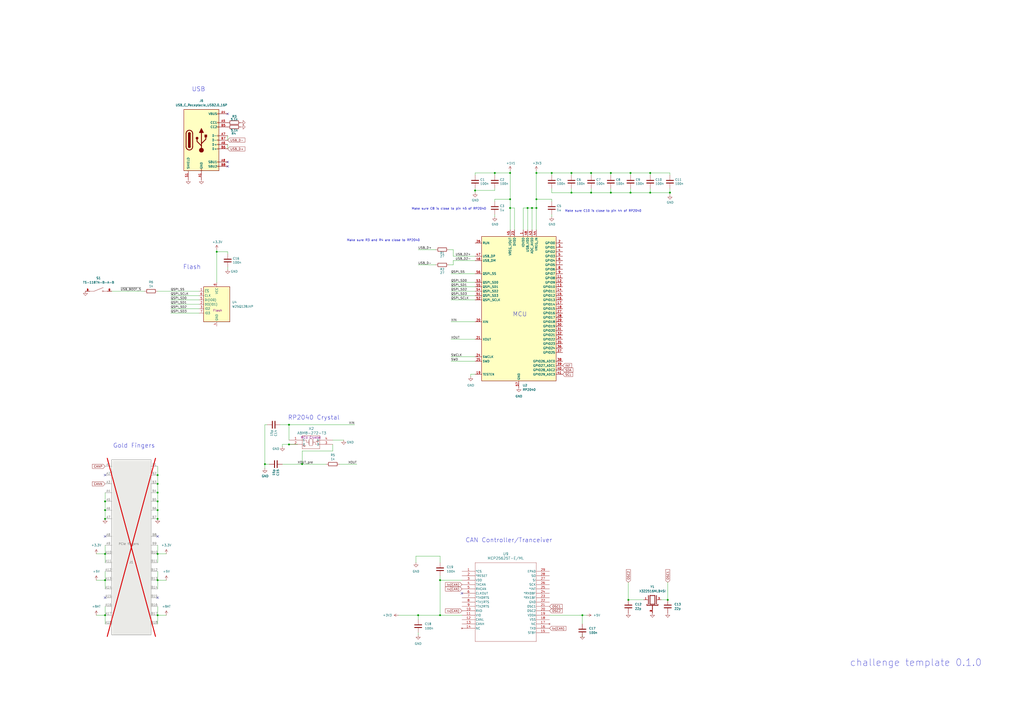
<source format=kicad_sch>
(kicad_sch (version 20231120) (generator "eeschema") (generator_version "8.0")
  (paper "A2")
  (lib_symbols
    (symbol "+3V3_1" (power) (pin_numbers hide) (pin_names (offset 0) hide)
      (property "Value" "+3V3" (at 0 3.556 0))
      (symbol "+3V3_1_1_1"
        (pin power_in line (at 0 0 90) (length 0) (name "~") (number "1"))
      )
    )
    (symbol "Connector:Bus_PCI_Express_x1" (pin_names (offset 0) hide)
      (property "Reference" "J1" (at 4.826 -16.002 0))
      (property "info" "PCIe fingers" (at -1.524 -5.588 0))
      (symbol "Bus_PCI_Express_x1_1_1"
        (pin unspecified line (at -15.24 39.37 0) (length 3.81) (name "~{PRSNT1}") (number "A1"))
        (pin passive line (at -15.24 -11.43 0) (length 3.81) (name "+3.3V") (number "A10"))
        (pin input line (at -15.24 -16.51 0) (length 3.81) (name "~{PERST}") (number "A11"))
        (pin passive line (at -15.24 -21.59 0) (length 3.81) (name "GND") (number "A12"))
        (pin input line (at -15.24 -26.67 0) (length 3.81) (name "REFCLK+") (number "A13"))
        (pin input line (at -15.24 -31.75 0) (length 3.81) (name "REFCLK-") (number "A14"))
        (pin passive line (at -15.24 -36.83 0) (length 3.81) (name "GND") (number "A15"))
        (pin output line (at -15.24 -41.91 0) (length 3.81) (name "PERp0") (number "A16"))
        (pin output line (at -15.24 -46.99 0) (length 3.81) (name "PERn0") (number "A17"))
        (pin passive line (at -15.24 -52.07 0) (length 3.81) (name "GND") (number "A18"))
        (pin unspecified line (at -15.24 34.29 0) (length 3.81) (name "+12V") (number "A2"))
        (pin passive line (at -15.24 29.21 0) (length 3.81) (name "+12V") (number "A3"))
        (pin passive line (at -15.24 24.13 0) (length 3.81) (name "GND") (number "A4"))
        (pin input line (at -15.24 19.05 0) (length 3.81) (name "JTAG2") (number "A5"))
        (pin input line (at -15.24 13.97 0) (length 3.81) (name "JTAG3") (number "A6"))
        (pin output line (at -15.24 8.89 0) (length 3.81) (name "JTAG4") (number "A7"))
        (pin input line (at -15.24 -1.27 0) (length 3.81) (name "JTAG5") (number "A8"))
        (pin passive line (at -15.24 -6.35 0) (length 3.81) (name "+3.3V") (number "A9"))
        (pin power_in line (at 15.24 39.37 180) (length 3.81) (name "+12V") (number "B1"))
        (pin power_in line (at 15.24 -11.43 180) (length 3.81) (name "3.3Vaux") (number "B10"))
        (pin open_collector line (at 15.24 -16.51 180) (length 3.81) (name "~{WAKE}") (number "B11"))
        (pin passive line (at 15.24 -21.59 180) (length 3.81) (name "RSVD") (number "B12"))
        (pin passive line (at 15.24 -26.67 180) (length 3.81) (name "GND") (number "B13"))
        (pin input line (at 15.24 -31.75 180) (length 3.81) (name "PETp0") (number "B14"))
        (pin input line (at 15.24 -36.83 180) (length 3.81) (name "PETn0") (number "B15"))
        (pin passive line (at 15.24 -41.91 180) (length 3.81) (name "GND") (number "B16"))
        (pin passive line (at 15.24 -46.99 180) (length 3.81) (name "~{PRSNT2}") (number "B17"))
        (pin passive line (at 15.24 -52.07 180) (length 3.81) (name "GND") (number "B18"))
        (pin passive line (at 15.24 34.29 180) (length 3.81) (name "+12V") (number "B2"))
        (pin passive line (at 15.24 29.21 180) (length 3.81) (name "+12V") (number "B3"))
        (pin power_in line (at 15.24 24.13 180) (length 3.81) (name "GND") (number "B4"))
        (pin input line (at 15.24 19.05 180) (length 3.81) (name "SMCLK") (number "B5"))
        (pin bidirectional line (at 15.24 13.97 180) (length 3.81) (name "SMDAT") (number "B6"))
        (pin passive line (at 15.24 8.89 180) (length 3.81) (name "GND") (number "B7"))
        (pin power_in line (at 15.24 -1.27 180) (length 3.81) (name "+3.3V") (number "B8"))
        (pin input line (at 15.24 -6.35 180) (length 3.81) (name "JTAG1") (number "B9"))
      )
    )
    (symbol "Connector:USB_C_Receptacle_USB2.0_16P" (pin_names (offset 1.016))
      (property "Reference" "J" (at 0 22.225 0))
      (property "Value" "USB_C_Receptacle_USB2.0_16P" (at 0 19.685 0))
      (symbol "USB_C_Receptacle_USB2.0_16P_1_1"
        (pin passive line (at 0 -22.86 90) (length 5.08) (name "GND") (number "A1"))
        (pin passive line (at 0 -22.86 90) (length 5.08) hide (name "GND") (number "A12"))
        (pin passive line (at 15.24 15.24 180) (length 5.08) (name "VBUS") (number "A4"))
        (pin bidirectional line (at 15.24 10.16 180) (length 5.08) (name "CC1") (number "A5"))
        (pin bidirectional line (at 15.24 -2.54 180) (length 5.08) (name "D+") (number "A6"))
        (pin bidirectional line (at 15.24 2.54 180) (length 5.08) (name "D-") (number "A7"))
        (pin bidirectional line (at 15.24 -12.7 180) (length 5.08) (name "SBU1") (number "A8"))
        (pin passive line (at 15.24 15.24 180) (length 5.08) hide (name "VBUS") (number "A9"))
        (pin passive line (at 0 -22.86 90) (length 5.08) hide (name "GND") (number "B1"))
        (pin passive line (at 0 -22.86 90) (length 5.08) hide (name "GND") (number "B12"))
        (pin passive line (at 15.24 15.24 180) (length 5.08) hide (name "VBUS") (number "B4"))
        (pin bidirectional line (at 15.24 7.62 180) (length 5.08) (name "CC2") (number "B5"))
        (pin bidirectional line (at 15.24 -5.08 180) (length 5.08) (name "D+") (number "B6"))
        (pin bidirectional line (at 15.24 0 180) (length 5.08) (name "D-") (number "B7"))
        (pin bidirectional line (at 15.24 -15.24 180) (length 5.08) (name "SBU2") (number "B8"))
        (pin passive line (at 15.24 15.24 180) (length 5.08) hide (name "VBUS") (number "B9"))
        (pin passive line (at -7.62 -22.86 90) (length 5.08) (name "SHIELD") (number "S1"))
      )
    )
    (symbol "Device:C" (pin_numbers hide) (pin_names (offset 0.254))
      (property "Reference" "C" (at 0.635 2.54 0))
      (property "Value" "C" (at 0.635 -2.54 0))
      (symbol "C_1_1"
        (pin passive line (at 0 3.81 270) (length 2.794) (name "~") (number "1"))
        (pin passive line (at 0 -3.81 90) (length 2.794) (name "~") (number "2"))
      )
    )
    (symbol "Device:R" (pin_numbers hide) (pin_names (offset 0))
      (property "Reference" "R" (at 2.032 0 90))
      (property "Value" "R" (at 0 0 90))
      (symbol "R_1_1"
        (pin passive line (at 0 3.81 270) (length 1.27) (name "~") (number "1"))
        (pin passive line (at 0 -3.81 90) (length 1.27) (name "~") (number "2"))
      )
    )
    (symbol "MCP25625:MCP25625T-E_ML" (pin_names (offset 0.254))
      (property "Reference" "U" (at 25.4 10.16 0))
      (property "Value" "MCP25625T-E/ML" (at 25.4 7.62 0))
      (symbol "MCP25625T-E_ML_0_1"
        (pin input line (at 0 0 0) (length 7.62) (name "*CS") (number "1"))
        (pin output line (at 0 -22.86 0) (length 7.62) (name "RXD") (number "10"))
        (pin power_in line (at 0 -25.4 0) (length 7.62) (name "VIO") (number "11"))
        (pin bidirectional line (at 0 -27.94 0) (length 7.62) (name "CANL") (number "12"))
        (pin bidirectional line (at 0 -30.48 0) (length 7.62) (name "CANH") (number "13"))
        (pin no_connect line (at 0 -33.02 0) (length 7.62) (name "NC") (number "14"))
        (pin input line (at 50.8 -35.56 180) (length 7.62) (name "STBY") (number "15"))
        (pin input line (at 50.8 -33.02 180) (length 7.62) (name "TXD") (number "16"))
        (pin no_connect line (at 50.8 -30.48 180) (length 7.62) (name "NC") (number "17"))
        (pin power_in line (at 50.8 -27.94 180) (length 7.62) (name "VSS") (number "18"))
        (pin power_in line (at 50.8 -25.4 180) (length 7.62) (name "VDDA") (number "19"))
        (pin input line (at 0 -2.54 0) (length 7.62) (name "*RESET") (number "2"))
        (pin output line (at 50.8 -22.86 180) (length 7.62) (name "OSC2") (number "20"))
        (pin input line (at 50.8 -20.32 180) (length 7.62) (name "OSC1") (number "21"))
        (pin power_in line (at 50.8 -17.78 180) (length 7.62) (name "GND") (number "22"))
        (pin output line (at 50.8 -15.24 180) (length 7.62) (name "*RX1BF") (number "23"))
        (pin output line (at 50.8 -12.7 180) (length 7.62) (name "*RX0BF") (number "24"))
        (pin output line (at 50.8 -10.16 180) (length 7.62) (name "*INT") (number "25"))
        (pin input line (at 50.8 -7.62 180) (length 7.62) (name "SCK") (number "26"))
        (pin input line (at 50.8 -5.08 180) (length 7.62) (name "SI") (number "27"))
        (pin output line (at 50.8 -2.54 180) (length 7.62) (name "SO") (number "28"))
        (pin unspecified line (at 50.8 0 180) (length 7.62) (name "EPAD") (number "29"))
        (pin power_in line (at 0 -5.08 0) (length 7.62) (name "VDD") (number "3"))
        (pin output line (at 0 -7.62 0) (length 7.62) (name "TXCAN") (number "4"))
        (pin input line (at 0 -10.16 0) (length 7.62) (name "RXCAN") (number "5"))
        (pin output line (at 0 -12.7 0) (length 7.62) (name "CLKOUT") (number "6"))
        (pin input line (at 0 -15.24 0) (length 7.62) (name "*TX0RTS") (number "7"))
        (pin input line (at 0 -17.78 0) (length 7.62) (name "*TX1RTS") (number "8"))
        (pin input line (at 0 -20.32 0) (length 7.62) (name "*TX2RTS") (number "9"))
      )
    )
    (symbol "MCU_RaspberryPi:RP2040"
      (property "Reference" "U" (at 17.78 45.72 0))
      (property "Value" "RP2040" (at 17.78 43.18 0))
      (symbol "RP2040_1_1"
        (pin power_in line (at 2.54 45.72 270) (length 3.81) (name "IOVDD") (number "1"))
        (pin passive line (at 2.54 45.72 270) (length 3.81) hide (name "IOVDD") (number "10"))
        (pin bidirectional line (at 25.4 17.78 180) (length 3.81) (name "GPIO8") (number "11"))
        (pin bidirectional line (at 25.4 15.24 180) (length 3.81) (name "GPIO9") (number "12"))
        (pin bidirectional line (at 25.4 12.7 180) (length 3.81) (name "GPIO10") (number "13"))
        (pin bidirectional line (at 25.4 10.16 180) (length 3.81) (name "GPIO11") (number "14"))
        (pin bidirectional line (at 25.4 7.62 180) (length 3.81) (name "GPIO12") (number "15"))
        (pin bidirectional line (at 25.4 5.08 180) (length 3.81) (name "GPIO13") (number "16"))
        (pin bidirectional line (at 25.4 2.54 180) (length 3.81) (name "GPIO14") (number "17"))
        (pin bidirectional line (at 25.4 0 180) (length 3.81) (name "GPIO15") (number "18"))
        (pin input line (at -25.4 -38.1 0) (length 3.81) (name "TESTEN") (number "19"))
        (pin bidirectional line (at 25.4 38.1 180) (length 3.81) (name "GPIO0") (number "2"))
        (pin input line (at -25.4 -7.62 0) (length 3.81) (name "XIN") (number "20"))
        (pin passive line (at -25.4 -17.78 0) (length 3.81) (name "XOUT") (number "21"))
        (pin passive line (at 2.54 45.72 270) (length 3.81) hide (name "IOVDD") (number "22"))
        (pin power_in line (at -2.54 45.72 270) (length 3.81) (name "DVDD") (number "23"))
        (pin input line (at -25.4 -27.94 0) (length 3.81) (name "SWCLK") (number "24"))
        (pin bidirectional line (at -25.4 -30.48 0) (length 3.81) (name "SWD") (number "25"))
        (pin input line (at -25.4 38.1 0) (length 3.81) (name "RUN") (number "26"))
        (pin bidirectional line (at 25.4 -2.54 180) (length 3.81) (name "GPIO16") (number "27"))
        (pin bidirectional line (at 25.4 -5.08 180) (length 3.81) (name "GPIO17") (number "28"))
        (pin bidirectional line (at 25.4 -7.62 180) (length 3.81) (name "GPIO18") (number "29"))
        (pin bidirectional line (at 25.4 35.56 180) (length 3.81) (name "GPIO1") (number "3"))
        (pin bidirectional line (at 25.4 -10.16 180) (length 3.81) (name "GPIO19") (number "30"))
        (pin bidirectional line (at 25.4 -12.7 180) (length 3.81) (name "GPIO20") (number "31"))
        (pin bidirectional line (at 25.4 -15.24 180) (length 3.81) (name "GPIO21") (number "32"))
        (pin passive line (at 2.54 45.72 270) (length 3.81) hide (name "IOVDD") (number "33"))
        (pin bidirectional line (at 25.4 -17.78 180) (length 3.81) (name "GPIO22") (number "34"))
        (pin bidirectional line (at 25.4 -20.32 180) (length 3.81) (name "GPIO23") (number "35"))
        (pin bidirectional line (at 25.4 -22.86 180) (length 3.81) (name "GPIO24") (number "36"))
        (pin bidirectional line (at 25.4 -25.4 180) (length 3.81) (name "GPIO25") (number "37"))
        (pin bidirectional line (at 25.4 -30.48 180) (length 3.81) (name "GPIO26_ADC0") (number "38"))
        (pin bidirectional line (at 25.4 -33.02 180) (length 3.81) (name "GPIO27_ADC1") (number "39"))
        (pin bidirectional line (at 25.4 33.02 180) (length 3.81) (name "GPIO2") (number "4"))
        (pin bidirectional line (at 25.4 -35.56 180) (length 3.81) (name "GPIO28_ADC2") (number "40"))
        (pin bidirectional line (at 25.4 -38.1 180) (length 3.81) (name "GPIO29_ADC3") (number "41"))
        (pin passive line (at 2.54 45.72 270) (length 3.81) hide (name "IOVDD") (number "42"))
        (pin power_in line (at 7.62 45.72 270) (length 3.81) (name "ADC_AVDD") (number "43"))
        (pin power_in line (at 10.16 45.72 270) (length 3.81) (name "VREG_IN") (number "44"))
        (pin power_out line (at -5.08 45.72 270) (length 3.81) (name "VREG_VOUT") (number "45"))
        (pin bidirectional line (at -25.4 27.94 0) (length 3.81) (name "USB_DM") (number "46"))
        (pin bidirectional line (at -25.4 30.48 0) (length 3.81) (name "USB_DP") (number "47"))
        (pin power_in line (at 5.08 45.72 270) (length 3.81) (name "USB_VDD") (number "48"))
        (pin passive line (at 2.54 45.72 270) (length 3.81) hide (name "IOVDD") (number "49"))
        (pin bidirectional line (at 25.4 30.48 180) (length 3.81) (name "GPIO3") (number "5"))
        (pin passive line (at -2.54 45.72 270) (length 3.81) hide (name "DVDD") (number "50"))
        (pin bidirectional line (at -25.4 7.62 0) (length 3.81) (name "QSPI_SD3") (number "51"))
        (pin output line (at -25.4 5.08 0) (length 3.81) (name "QSPI_SCLK") (number "52"))
        (pin bidirectional line (at -25.4 15.24 0) (length 3.81) (name "QSPI_SD0") (number "53"))
        (pin bidirectional line (at -25.4 10.16 0) (length 3.81) (name "QSPI_SD2") (number "54"))
        (pin bidirectional line (at -25.4 12.7 0) (length 3.81) (name "QSPI_SD1") (number "55"))
        (pin bidirectional line (at -25.4 20.32 0) (length 3.81) (name "QSPI_SS") (number "56"))
        (pin power_in line (at 0 -45.72 90) (length 3.81) (name "GND") (number "57"))
        (pin bidirectional line (at 25.4 27.94 180) (length 3.81) (name "GPIO4") (number "6"))
        (pin bidirectional line (at 25.4 25.4 180) (length 3.81) (name "GPIO5") (number "7"))
        (pin bidirectional line (at 25.4 22.86 180) (length 3.81) (name "GPIO6") (number "8"))
        (pin bidirectional line (at 25.4 20.32 180) (length 3.81) (name "GPIO7") (number "9"))
      )
    )
    (symbol "Memory_Flash:W25Q128JVP"
      (property "Reference" "U" (at -6.35 11.43 0))
      (property "Value" "W25Q128JVP" (at 7.62 11.43 0))
      (symbol "W25Q128JVP_1_1"
        (pin input line (at -10.16 7.62 0) (length 2.54) (name "~{CS}") (number "1"))
        (pin bidirectional line (at -10.16 0 0) (length 2.54) (name "DO(IO1)") (number "2"))
        (pin bidirectional line (at -10.16 -2.54 0) (length 2.54) (name "IO2") (number "3"))
        (pin power_in line (at 0 -12.7 90) (length 2.54) (name "GND") (number "4"))
        (pin bidirectional line (at -10.16 2.54 0) (length 2.54) (name "DI(IO0)") (number "5"))
        (pin input line (at -10.16 5.08 0) (length 2.54) (name "CLK") (number "6"))
        (pin bidirectional line (at -10.16 -5.08 0) (length 2.54) (name "IO3") (number "7"))
        (pin power_in line (at 0 12.7 270) (length 2.54) (name "VCC") (number "8"))
      )
    )
    (symbol "TS-1187A-B-A-B:TS-1187A-B-A-B" (pin_names (offset 1.016))
      (property "Reference" "S" (at -2.54 2.54 0))
      (property "Value" "TS-1187A-B-A-B" (at -2.54 -2.54 0))
      (symbol "TS-1187A-B-A-B_0_0"
        (pin passive line (at -7.62 0 0) (length 2.54) (name "~") (number "A"))
        (pin passive line (at -7.62 0 0) (length 2.54) (name "~") (number "B"))
        (pin passive line (at 7.62 0 180) (length 2.54) (name "~") (number "C"))
        (pin passive line (at 7.62 0 180) (length 2.54) (name "~") (number "D"))
      )
    )
    (symbol "X322516MLB4SI:X322516MLB4SI" (pin_names (offset 1.016))
      (property "Reference" "Y" (at -5.08 6.35 0))
      (property "Value" "X322516MLB4SI" (at -5.08 3.81 0))
      (symbol "X322516MLB4SI_0_0"
        (pin passive line (at -5.08 0 0) (length 2.54) (name "~") (number "1"))
        (pin power_in line (at 0 -7.62 90) (length 2.54) (name "~") (number "2"))
        (pin passive line (at 5.08 0 180) (length 2.54) (name "~") (number "3"))
        (pin power_in line (at 0 -7.62 90) (length 2.54) (name "~") (number "4"))
      )
    )
    (symbol "crystal:ABM8-272-T3" (pin_names (offset 0.254))
      (property "Reference" "X" (at 12.7 7.62 0))
      (property "Value" "ABM8-272-T3" (at 12.7 5.08 0))
      (symbol "ABM8-272-T3_0_1"
        (pin unspecified line (at 0 0 0) (length 7.62) (name "1") (number "1"))
        (pin unspecified line (at 0 -2.54 0) (length 7.62) (name "2") (number "2"))
        (pin unspecified line (at 25.4 -2.54 180) (length 7.62) (name "3") (number "3"))
        (pin unspecified line (at 25.4 0 180) (length 7.62) (name "4") (number "4"))
      )
    )
    (symbol "power:+1V1" (power) (pin_names (offset 0))
      (property "Value" "+1V1" (at 0 3.556 0))
      (symbol "+1V1_1_1"
        (pin power_in line (at 0 0 90) (length 0) hide (name "+1V1") (number "1"))
      )
    )
    (symbol "power:+3V3" (power) (pin_names (offset 0))
      (property "Value" "+3V3" (at 0 3.556 0))
      (symbol "+3V3_1_1"
        (pin power_in line (at 0 0 90) (length 0) hide (name "+3V3") (number "1"))
      )
    )
    (symbol "power:+5V" (power) (pin_numbers hide) (pin_names (offset 0) hide)
      (property "Value" "+5V" (at 0 3.556 0))
      (symbol "+5V_1_1"
        (pin power_in line (at 0 0 90) (length 0) (name "~") (number "1"))
      )
    )
    (symbol "power:GND" (power) (pin_numbers hide) (pin_names (offset 0) hide)
      (property "Value" "GND" (at 0 -3.81 0))
      (symbol "GND_1_1"
        (pin power_in line (at 0 0 270) (length 0) (name "~") (number "1"))
      )
    )
    (symbol "power:VAA" (power) (pin_numbers hide) (pin_names (offset 0) hide)
      (property "Value" "VAA" (at 0 3.556 0))
      (symbol "VAA_1_1"
        (pin power_in line (at 0 0 90) (length 0) (name "~") (number "1"))
      )
    )
  )
  (junction (at 91.44 356.87))
  (junction (at 153.67 269.24))
  (junction (at 91.44 295.91))
  (junction (at 91.44 285.75))
  (junction (at 60.96 321.31))
  (junction (at 365.76 100.33))
  (junction (at 295.91 100.33))
  (junction (at 91.44 280.67))
  (junction (at 255.27 356.87))
  (junction (at 311.15 115.57))
  (junction (at 60.96 295.91))
  (junction (at 387.35 347.98))
  (junction (at 91.44 300.99))
  (junction (at 125.73 146.05))
  (junction (at 91.44 290.83))
  (junction (at 275.59 110.49))
  (junction (at 342.9 100.33))
  (junction (at 167.64 246.38))
  (junction (at 306.07 120.65))
  (junction (at 175.26 269.24))
  (junction (at 167.64 257.81))
  (junction (at 331.47 111.76))
  (junction (at 242.57 356.87))
  (junction (at 342.9 111.76))
  (junction (at 60.96 300.99))
  (junction (at 365.76 111.76))
  (junction (at 91.44 275.59))
  (junction (at 60.96 356.87))
  (junction (at 308.61 120.65))
  (junction (at 377.19 111.76))
  (junction (at 91.44 336.55))
  (junction (at 331.47 100.33))
  (junction (at 320.04 100.33))
  (junction (at 337.82 356.87))
  (junction (at 364.49 347.98))
  (junction (at 377.19 100.33))
  (junction (at 295.91 120.65))
  (junction (at 60.96 290.83))
  (junction (at 311.15 100.33))
  (junction (at 91.44 321.31))
  (junction (at 287.02 100.33))
  (junction (at 354.33 100.33))
  (junction (at 388.62 111.76))
  (junction (at 295.91 115.57))
  (junction (at 311.15 120.65))
  (junction (at 255.27 336.55))
  (junction (at 354.33 111.76))
  (junction (at 60.96 336.55))
  (no_connect (at 91.44 346.71))
  (no_connect (at 267.97 344.17))
  (no_connect (at 132.08 96.52))
  (no_connect (at 132.08 93.98))
  (no_connect (at 91.44 311.15))
  (no_connect (at 60.96 346.71))
  (no_connect (at 60.96 275.59))
  (no_connect (at 132.08 66.04))
  (no_connect (at 60.96 311.15))
  (wire (pts (xy 132.08 154.94) (xy 132.08 156.21)))
  (wire (pts (xy 91.44 290.83) (xy 91.44 295.91)))
  (wire (pts (xy 64.77 168.91) (xy 83.82 168.91)))
  (wire (pts (xy 287.02 100.33) (xy 295.91 100.33)))
  (wire (pts (xy 132.08 81.28) (xy 132.08 78.74)))
  (wire (pts (xy 331.47 109.22) (xy 331.47 111.76)))
  (wire (pts (xy 383.54 347.98) (xy 387.35 347.98)))
  (wire (pts (xy 306.07 120.65) (xy 303.53 120.65)))
  (wire (pts (xy 60.96 285.75) (xy 60.96 290.83)))
  (wire (pts (xy 320.04 124.46) (xy 320.04 125.73)))
  (wire (pts (xy 295.91 99.06) (xy 295.91 100.33)))
  (wire (pts (xy 91.44 321.31) (xy 91.44 326.39)))
  (wire (pts (xy 354.33 109.22) (xy 354.33 111.76)))
  (wire (pts (xy 99.06 171.45) (xy 115.57 171.45)))
  (wire (pts (xy 91.44 295.91) (xy 91.44 300.99)))
  (wire (pts (xy 242.57 368.3) (xy 242.57 367.03)))
  (wire (pts (xy 303.53 120.65) (xy 303.53 133.35)))
  (wire (pts (xy 388.62 109.22) (xy 388.62 111.76)))
  (wire (pts (xy 275.59 109.22) (xy 275.59 110.49)))
  (wire (pts (xy 287.02 116.84) (xy 287.02 115.57)))
  (wire (pts (xy 287.02 115.57) (xy 295.91 115.57)))
  (wire (pts (xy 55.88 356.87) (xy 60.96 356.87)))
  (wire (pts (xy 262.89 153.67) (xy 262.89 151.13)))
  (wire (pts (xy 377.19 111.76) (xy 365.76 111.76)))
  (wire (pts (xy 275.59 173.99) (xy 261.62 173.99)))
  (wire (pts (xy 275.59 207.01) (xy 261.62 207.01)))
  (wire (pts (xy 331.47 100.33) (xy 342.9 100.33)))
  (wire (pts (xy 132.08 146.05) (xy 125.73 146.05)))
  (wire (pts (xy 342.9 101.6) (xy 342.9 100.33)))
  (wire (pts (xy 377.19 100.33) (xy 388.62 100.33)))
  (wire (pts (xy 275.59 100.33) (xy 287.02 100.33)))
  (wire (pts (xy 273.05 217.17) (xy 275.59 217.17)))
  (wire (pts (xy 167.64 246.38) (xy 205.74 246.38)))
  (wire (pts (xy 342.9 109.22) (xy 342.9 111.76)))
  (wire (pts (xy 260.35 144.78) (xy 262.89 144.78)))
  (wire (pts (xy 287.02 101.6) (xy 287.02 100.33)))
  (wire (pts (xy 242.57 356.87) (xy 255.27 356.87)))
  (wire (pts (xy 60.96 356.87) (xy 60.96 351.79)))
  (wire (pts (xy 340.36 356.87) (xy 337.82 356.87)))
  (wire (pts (xy 255.27 334.01) (xy 255.27 336.55)))
  (wire (pts (xy 377.19 111.76) (xy 388.62 111.76)))
  (wire (pts (xy 261.62 186.69) (xy 275.59 186.69)))
  (wire (pts (xy 354.33 100.33) (xy 365.76 100.33)))
  (wire (pts (xy 331.47 101.6) (xy 331.47 100.33)))
  (wire (pts (xy 342.9 100.33) (xy 354.33 100.33)))
  (wire (pts (xy 275.59 110.49) (xy 287.02 110.49)))
  (wire (pts (xy 275.59 209.55) (xy 261.62 209.55)))
  (wire (pts (xy 267.97 336.55) (xy 255.27 336.55)))
  (wire (pts (xy 91.44 336.55) (xy 91.44 331.47)))
  (wire (pts (xy 60.96 321.31) (xy 60.96 316.23)))
  (wire (pts (xy 241.3 326.39) (xy 241.3 322.58)))
  (wire (pts (xy 311.15 99.06) (xy 311.15 100.33)))
  (wire (pts (xy 298.45 120.65) (xy 295.91 120.65)))
  (wire (pts (xy 96.52 356.87) (xy 91.44 356.87)))
  (wire (pts (xy 261.62 166.37) (xy 275.59 166.37)))
  (wire (pts (xy 273.05 218.44) (xy 273.05 217.17)))
  (wire (pts (xy 298.45 133.35) (xy 298.45 120.65)))
  (wire (pts (xy 91.44 280.67) (xy 91.44 285.75)))
  (wire (pts (xy 132.08 83.82) (xy 132.08 86.36)))
  (wire (pts (xy 388.62 101.6) (xy 388.62 100.33)))
  (wire (pts (xy 91.44 321.31) (xy 91.44 316.23)))
  (wire (pts (xy 364.49 337.82) (xy 364.49 347.98)))
  (wire (pts (xy 337.82 356.87) (xy 318.77 356.87)))
  (wire (pts (xy 275.59 110.49) (xy 275.59 111.76)))
  (wire (pts (xy 320.04 101.6) (xy 320.04 100.33)))
  (wire (pts (xy 262.89 144.78) (xy 262.89 148.59)))
  (wire (pts (xy 193.04 255.27) (xy 199.39 255.27)))
  (wire (pts (xy 60.96 356.87) (xy 60.96 361.95)))
  (wire (pts (xy 60.96 295.91) (xy 60.96 300.99)))
  (wire (pts (xy 365.76 101.6) (xy 365.76 100.33)))
  (wire (pts (xy 306.07 133.35) (xy 306.07 120.65)))
  (wire (pts (xy 91.44 356.87) (xy 91.44 351.79)))
  (wire (pts (xy 331.47 111.76) (xy 320.04 111.76)))
  (wire (pts (xy 60.96 321.31) (xy 60.96 326.39)))
  (wire (pts (xy 260.35 153.67) (xy 262.89 153.67)))
  (wire (pts (xy 55.88 336.55) (xy 60.96 336.55)))
  (wire (pts (xy 275.59 101.6) (xy 275.59 100.33)))
  (wire (pts (xy 388.62 111.76) (xy 388.62 113.03)))
  (wire (pts (xy 175.26 261.62) (xy 175.26 269.24)))
  (wire (pts (xy 262.89 151.13) (xy 275.59 151.13)))
  (wire (pts (xy 153.67 246.38) (xy 154.94 246.38)))
  (wire (pts (xy 287.02 110.49) (xy 287.02 109.22)))
  (wire (pts (xy 125.73 144.78) (xy 125.73 146.05)))
  (wire (pts (xy 91.44 285.75) (xy 91.44 290.83)))
  (wire (pts (xy 55.88 321.31) (xy 60.96 321.31)))
  (wire (pts (xy 262.89 148.59) (xy 275.59 148.59)))
  (wire (pts (xy 308.61 120.65) (xy 311.15 120.65)))
  (wire (pts (xy 354.33 111.76) (xy 342.9 111.76)))
  (wire (pts (xy 241.3 322.58) (xy 255.27 322.58)))
  (wire (pts (xy 377.19 109.22) (xy 377.19 111.76)))
  (wire (pts (xy 96.52 321.31) (xy 91.44 321.31)))
  (wire (pts (xy 275.59 196.85) (xy 261.62 196.85)))
  (wire (pts (xy 377.19 101.6) (xy 377.19 100.33)))
  (wire (pts (xy 255.27 336.55) (xy 255.27 356.87)))
  (wire (pts (xy 115.57 173.99) (xy 99.06 173.99)))
  (wire (pts (xy 167.64 257.81) (xy 172.72 257.81)))
  (wire (pts (xy 337.82 369.57) (xy 337.82 368.3)))
  (wire (pts (xy 311.15 100.33) (xy 311.15 115.57)))
  (wire (pts (xy 308.61 133.35) (xy 308.61 120.65)))
  (wire (pts (xy 295.91 115.57) (xy 295.91 120.65)))
  (wire (pts (xy 320.04 109.22) (xy 320.04 111.76)))
  (wire (pts (xy 320.04 100.33) (xy 331.47 100.33)))
  (wire (pts (xy 167.64 246.38) (xy 167.64 255.27)))
  (wire (pts (xy 255.27 356.87) (xy 267.97 356.87)))
  (wire (pts (xy 242.57 359.41) (xy 242.57 356.87)))
  (wire (pts (xy 60.96 336.55) (xy 60.96 341.63)))
  (wire (pts (xy 193.04 257.81) (xy 193.04 261.62)))
  (wire (pts (xy 354.33 101.6) (xy 354.33 100.33)))
  (wire (pts (xy 91.44 356.87) (xy 91.44 361.95)))
  (wire (pts (xy 337.82 361.95) (xy 337.82 356.87)))
  (wire (pts (xy 153.67 269.24) (xy 153.67 271.78)))
  (wire (pts (xy 261.62 163.83) (xy 275.59 163.83)))
  (wire (pts (xy 60.96 290.83) (xy 60.96 295.91)))
  (wire (pts (xy 231.14 356.87) (xy 242.57 356.87)))
  (wire (pts (xy 115.57 179.07) (xy 99.06 179.07)))
  (wire (pts (xy 115.57 181.61) (xy 99.06 181.61)))
  (wire (pts (xy 96.52 336.55) (xy 91.44 336.55)))
  (wire (pts (xy 115.57 176.53) (xy 99.06 176.53)))
  (wire (pts (xy 320.04 116.84) (xy 320.04 115.57)))
  (wire (pts (xy 242.57 153.67) (xy 252.73 153.67)))
  (wire (pts (xy 132.08 147.32) (xy 132.08 146.05)))
  (wire (pts (xy 261.62 168.91) (xy 275.59 168.91)))
  (wire (pts (xy 175.26 269.24) (xy 189.23 269.24)))
  (wire (pts (xy 311.15 115.57) (xy 311.15 120.65)))
  (wire (pts (xy 387.35 337.82) (xy 387.35 347.98)))
  (wire (pts (xy 153.67 246.38) (xy 153.67 269.24)))
  (wire (pts (xy 342.9 111.76) (xy 331.47 111.76)))
  (wire (pts (xy 91.44 270.51) (xy 91.44 275.59)))
  (wire (pts (xy 193.04 261.62) (xy 175.26 261.62)))
  (wire (pts (xy 365.76 111.76) (xy 354.33 111.76)))
  (wire (pts (xy 287.02 124.46) (xy 287.02 125.73)))
  (wire (pts (xy 125.73 146.05) (xy 125.73 163.83)))
  (wire (pts (xy 311.15 120.65) (xy 311.15 133.35)))
  (wire (pts (xy 311.15 115.57) (xy 320.04 115.57)))
  (wire (pts (xy 275.59 158.75) (xy 261.62 158.75)))
  (wire (pts (xy 196.85 269.24) (xy 207.01 269.24)))
  (wire (pts (xy 60.96 336.55) (xy 60.96 331.47)))
  (wire (pts (xy 163.83 257.81) (xy 163.83 259.08)))
  (wire (pts (xy 255.27 322.58) (xy 255.27 326.39)))
  (wire (pts (xy 156.21 269.24) (xy 153.67 269.24)))
  (wire (pts (xy 91.44 336.55) (xy 91.44 341.63)))
  (wire (pts (xy 311.15 100.33) (xy 320.04 100.33)))
  (wire (pts (xy 242.57 144.78) (xy 252.73 144.78)))
  (wire (pts (xy 163.83 269.24) (xy 175.26 269.24)))
  (wire (pts (xy 91.44 275.59) (xy 91.44 280.67)))
  (wire (pts (xy 91.44 168.91) (xy 115.57 168.91)))
  (wire (pts (xy 365.76 109.22) (xy 365.76 111.76)))
  (wire (pts (xy 162.56 246.38) (xy 167.64 246.38)))
  (wire (pts (xy 365.76 100.33) (xy 377.19 100.33)))
  (wire (pts (xy 163.83 257.81) (xy 167.64 257.81)))
  (wire (pts (xy 306.07 120.65) (xy 308.61 120.65)))
  (wire (pts (xy 364.49 347.98) (xy 373.38 347.98)))
  (wire (pts (xy 261.62 171.45) (xy 275.59 171.45)))
  (wire (pts (xy 295.91 120.65) (xy 295.91 133.35)))
  (wire (pts (xy 295.91 100.33) (xy 295.91 115.57)))
  (text "Make sure C10 is close to pin 44 of RP2040" (at 327.66 123.19 0) (effects (font (size 1.27 1.27)) (justify left bottom)))
  (text "USB" (at 111.252 53.34 0) (effects (font (size 2.54 2.54)) (justify left bottom)))
  (text "RP2040 Crystal" (at 167.005 243.84 0) (effects (font (size 2.54 2.54)) (justify left bottom)))
  (text "MCU\n" (at 297.434 183.896 0) (effects (font (size 2.54 2.54)) (justify left bottom)))
  (text "challenge template 0.1.0" (at 493.014 386.842 0) (effects (font (size 4 4)) (justify left bottom)))
  (text "Make sure C8 is close to pin 45 of RP2040" (at 238.76 121.92 0) (effects (font (size 1.27 1.27)) (justify left bottom)))
  (text "Gold Fingers" (at 65.532 260.096 0) (effects (font (size 2.54 2.54)) (justify left bottom)))
  (text "Make sure R3 and R4 are close to RP2040" (at 201.168 140.208 0) (effects (font (size 1.27 1.27)) (justify left bottom)))
  (text "CAN Controller/Tranceiver" (at 270.002 314.96 0) (effects (font (size 2.54 2.54)) (justify left bottom)))
  (text "Flash" (at 106.172 156.464 0) (effects (font (size 2.54 2.54)) (justify left bottom)))
  (label "USB_D+" (at 242.57 144.78 0))
  (label "QSPI_SD0" (at 261.62 163.83 0))
  (label "QSPI_SD1" (at 261.62 166.37 0))
  (label "QSPI_SD2" (at 261.62 168.91 0))
  (label "USB_D-" (at 242.57 153.67 0))
  (label "QSPI_SD1" (at 99.06 176.53 0))
  (label "QSPI_SD0" (at 99.06 173.99 0))
  (label "QSPI_SS" (at 99.06 168.91 0))
  (label "XOUT_pre" (at 181.61 269.24 180))
  (label "QSPI_SCLK" (at 99.06 171.45 0))
  (label "XIN" (at 205.74 246.38 180))
  (label "QSPI_SD2" (at 99.06 179.07 0))
  (label "XOUT" (at 261.62 196.85 0))
  (label "XOUT" (at 207.01 269.24 180))
  (label "USB_D2+" (at 264.16 148.59 0))
  (label "SWCLK" (at 261.62 207.01 0))
  (label "XIN" (at 261.62 186.69 0))
  (label "USB_D2-" (at 264.16 151.13 0))
  (label "QSPI_SD3" (at 261.62 171.45 0))
  (label "QSPI_SD3" (at 99.06 181.61 0))
  (label "SWD" (at 261.62 209.55 0))
  (label "QSPI_SS" (at 261.62 158.75 0))
  (label "~{USB_BOOT_S}" (at 69.85 168.91 0))
  (label "QSPI_SCLK" (at 261.62 173.99 0))
  (global_label "OSC1" (shape input) (at 387.35 337.82 90) (property "Intersheetrefs" "${INTERSHEET_REFS}" (effects (hide yes))))
  (global_label "OSC1" (shape input) (at 318.77 351.79 0) (property "Intersheetrefs" "${INTERSHEET_REFS}" (effects (hide yes))))
  (global_label "CANN" (shape input) (at 60.96 280.67 180) (property "Intersheetrefs" "${INTERSHEET_REFS}" (effects (hide yes))))
  (global_label "INT" (shape input) (at 326.39 212.09 0) (property "Intersheetrefs" "${INTERSHEET_REFS}" (effects (hide yes))))
  (global_label "tx(CAN)" (shape input) (at 318.77 364.49 0) (property "Intersheetrefs" "${INTERSHEET_REFS}" (effects (hide yes))))
  (global_label "USB_D-" (shape input) (at 132.08 81.28 0) (property "Intersheetrefs" "${INTERSHEET_REFS}" (effects (hide yes))))
  (global_label "OSC2" (shape input) (at 364.49 337.82 90) (property "Intersheetrefs" "${INTERSHEET_REFS}" (effects (hide yes))))
  (global_label "USB_D+" (shape input) (at 132.08 86.36 0) (property "Intersheetrefs" "${INTERSHEET_REFS}" (effects (hide yes))))
  (global_label "tx(CAN)" (shape input) (at 267.97 339.09 180) (property "Intersheetrefs" "${INTERSHEET_REFS}" (effects (hide yes))))
  (global_label "rx(CAN)" (shape input) (at 267.97 354.33 180) (property "Intersheetrefs" "${INTERSHEET_REFS}" (effects (hide yes))))
  (global_label "SDA" (shape input) (at 326.39 214.63 0) (property "Intersheetrefs" "${INTERSHEET_REFS}" (effects (hide yes))))
  (global_label "OSC2" (shape input) (at 318.77 354.33 0) (property "Intersheetrefs" "${INTERSHEET_REFS}" (effects (hide yes))))
  (global_label "SCL" (shape input) (at 326.39 217.17 0) (property "Intersheetrefs" "${INTERSHEET_REFS}" (effects (hide yes))))
  (global_label "rx(CAN)" (shape input) (at 267.97 341.63 180) (property "Intersheetrefs" "${INTERSHEET_REFS}" (effects (hide yes))))
  (global_label "CANP" (shape input) (at 60.96 270.51 180) (property "Intersheetrefs" "${INTERSHEET_REFS}" (effects (hide yes))))
  (symbol (lib_id "power:GND") (at 153.67 271.78 0) (unit 1)
    (property "Reference" "#PWR016" (effects (hide yes)))
    (property "Value" "GND" (at 153.797 276.1742 0))
  )
  (symbol (lib_id "Device:C") (at 364.49 351.79 0) (unit 1)
    (property "Reference" "C12" (at 368.3 350.5199 0) (effects (justify left)))
    (property "Value" "22p" (at 368.3 353.0599 0) (effects (justify left)))
    (property "Footprint" "Capacitor_SMD:C_0402_1005Metric" (effects (hide yes)))
    (property "Description" "Unpolarized capacitor" (effects (hide yes)))
    (property "info" "22pF Cap" (effects (hide yes)))
    (property "JLC Link" "https://jlcpcb.com/partdetail/1907-0402CG220J500NT/C1555" (effects (hide yes)))
    (property "LCSC Part #" "C1555" (effects (hide yes)))
    (property "basic?" "yes" (effects (hide yes)))
    (property "price" "C$0.0077 " (effects (hide yes)))
  )
  (symbol (lib_id "power:GND") (at 378.46 355.6 0) (unit 1)
    (property "Reference" "#PWR012" (effects (hide yes)))
    (property "Value" "GND" (effects (hide yes)))
    (property "Description" "Power symbol creates a global label with name \"GND\" , ground" (effects (hide yes)))
  )
  (symbol (lib_id "power:VAA") (at 55.88 321.31 0) (unit 1)
    (property "Reference" "#PWR022" (effects (hide yes)))
    (property "Value" "+3.3V" (at 55.88 316.23 0))
    (property "Description" "Power symbol creates a global label with name \"VAA\"" (effects (hide yes)))
  )
  (symbol (lib_id "power:GND") (at 91.44 300.99 0) (unit 1)
    (property "Reference" "#PWR014" (effects (hide yes)))
    (property "Value" "GND" (effects (hide yes)))
    (property "Description" "Power symbol creates a global label with name \"GND\" , ground" (effects (hide yes)))
  )
  (symbol (lib_id "power:+3V3") (at 125.73 144.78 0) (unit 1)
    (property "Reference" "#PWR020" (effects (hide yes)))
    (property "Value" "+3.3V" (at 126.111 140.3858 0))
  )
  (symbol (lib_id "power:VAA") (at 96.52 336.55 0) (unit 1)
    (property "Reference" "#PWR021" (effects (hide yes)))
    (property "Value" "+5V" (at 96.52 331.47 0))
    (property "Description" "Power symbol creates a global label with name \"VAA\"" (effects (hide yes)))
  )
  (symbol (lib_id "power:VAA") (at 55.88 336.55 0) (unit 1)
    (property "Reference" "#PWR010" (effects (hide yes)))
    (property "Value" "+5V" (at 55.88 331.47 0))
    (property "Description" "Power symbol creates a global label with name \"VAA\"" (effects (hide yes)))
  )
  (symbol (lib_id "Device:R") (at 256.54 153.67 90) (unit 1)
    (property "Reference" "R2" (at 256.54 156.21 90))
    (property "Value" "27" (at 256.54 158.242 90))
    (property "Footprint" "Resistor_SMD:R_0402_1005Metric" (effects (hide yes)))
    (property "LCSC Part #" "C25100" (effects (hide yes)))
    (property "basic?" "no" (effects (hide yes)))
    (property "info" "27 ohm" (effects (hide yes)))
    (property "price" "C$0.0007 " (effects (hide yes)))
    (property "JLC Link" "https://jlcpcb.com/partdetail/25843-0402WGF270JTCE/C25100" (effects (hide yes)))
  )
  (symbol (lib_id "power:GND") (at 116.84 104.14 0) (unit 1)
    (property "Reference" "#PWR029" (effects (hide yes)))
    (property "Value" "GND" (effects (hide yes)))
    (property "Description" "Power symbol creates a global label with name \"GND\" , ground" (effects (hide yes)))
  )
  (symbol (lib_id "Device:C") (at 132.08 151.13 0) (unit 1)
    (property "Reference" "C16" (at 135.001 149.9616 0) (effects (justify left)))
    (property "Value" "100n" (at 135.001 152.273 0) (effects (justify left)))
    (property "Footprint" "Capacitor_SMD:C_0402_1005Metric" (effects (hide yes)))
    (property "LCSC Part #" "C307331" (effects (hide yes)))
    (property "basic?" "yes" (effects (hide yes)))
    (property "info" "100nF Cap" (effects (hide yes)))
    (property "price" "C$0.0077 " (effects (hide yes)))
    (property "JLC Link" "https://jlcpcb.com/partdetail/291005-CL05B104KB54PNC/C307331" (effects (hide yes)))
  )
  (symbol (lib_id "power:GND") (at 273.05 218.44 0) (unit 1)
    (property "Reference" "#PWR025" (effects (hide yes)))
    (property "Value" "GND" (at 273.05 223.52 0))
    (property "Description" "Power symbol creates a global label with name \"GND\" , ground" (effects (hide yes)))
  )
  (symbol (lib_id "Device:C") (at 275.59 105.41 0) (unit 1)
    (property "Reference" "C1" (at 278.511 104.2416 0) (effects (justify left)))
    (property "Value" "100n" (at 278.511 106.553 0) (effects (justify left)))
    (property "Footprint" "Capacitor_SMD:C_0402_1005Metric" (effects (hide yes)))
    (property "Datasheet" "https://www.lcsc.com/datasheet/lcsc_datasheet_2304140030_Samsung-Electro-Mechanics-CL05B104KO5NNNC_C1525.pdf" (effects (hide yes)))
    (property "LCSC" "C1525" (effects (hide yes)))
    (property "Link" "https://jlcpcb.com/partdetail/C1525" (effects (hide yes)))
  )
  (symbol (lib_id "Device:C") (at 365.76 105.41 0) (unit 1)
    (property "Reference" "C9" (at 368.681 104.2416 0) (effects (justify left)))
    (property "Value" "100n" (at 368.681 106.553 0) (effects (justify left)))
    (property "Footprint" "Capacitor_SMD:C_0402_1005Metric" (effects (hide yes)))
    (property "Datasheet" "https://www.lcsc.com/datasheet/lcsc_datasheet_2304140030_Samsung-Electro-Mechanics-CL05B104KO5NNNC_C1525.pdf" (effects (hide yes)))
    (property "LCSC" "C1525" (effects (hide yes)))
    (property "Link" "https://jlcpcb.com/partdetail/C1525" (effects (hide yes)))
  )
  (symbol (lib_id "Device:R") (at 135.89 71.12 270) (unit 1)
    (property "Reference" "R3" (at 134.62 67.564 90) (effects (justify left)))
    (property "Value" "5.1k" (at 133.731 69.215 90) (effects (justify left)))
    (property "Footprint" "Resistor_SMD:R_0402_1005Metric" (effects (hide yes)))
    (property "Description" "Resistor" (effects (hide yes)))
    (property "JLC Link" "https://jlcpcb.com/partdetail/26648-0402WGF5101TCE/C25905" (effects (hide yes)))
    (property "LCSC Part #" "C25905" (effects (hide yes)))
    (property "basic?" "yes" (effects (hide yes)))
    (property "info" "5.1k ohm" (effects (hide yes)))
    (property "price" "C$0.0006" (effects (hide yes)))
  )
  (symbol (lib_id "power:VAA") (at 96.52 321.31 0) (unit 1)
    (property "Reference" "#PWR023" (effects (hide yes)))
    (property "Value" "+3.3V" (at 96.52 316.23 0))
    (property "Description" "Power symbol creates a global label with name \"VAA\"" (effects (hide yes)))
  )
  (symbol (lib_id "power:GND") (at 139.7 71.12 90) (unit 1)
    (property "Reference" "#PWR07" (effects (hide yes)))
    (property "Value" "GND" (effects (hide yes)))
    (property "Description" "Power symbol creates a global label with name \"GND\" , ground" (effects (hide yes)))
  )
  (symbol (lib_id "Device:C") (at 354.33 105.41 0) (unit 1)
    (property "Reference" "C8" (at 357.251 104.2416 0) (effects (justify left)))
    (property "Value" "100n" (at 357.251 106.553 0) (effects (justify left)))
    (property "Footprint" "Capacitor_SMD:C_0402_1005Metric" (effects (hide yes)))
    (property "Datasheet" "https://www.lcsc.com/datasheet/lcsc_datasheet_2304140030_Samsung-Electro-Mechanics-CL05B104KO5NNNC_C1525.pdf" (effects (hide yes)))
    (property "LCSC" "C1525" (effects (hide yes)))
    (property "Link" "https://jlcpcb.com/partdetail/C1525" (effects (hide yes)))
  )
  (symbol (lib_id "crystal:ABM8-272-T3") (at 167.64 255.27 0) (unit 1)
    (property "Reference" "X2" (at 180.594 248.666 0) (effects (font (size 1.524 1.524))))
    (property "Value" "ABM8-272-T3" (at 180.848 251.206 0) (effects (font (size 1.524 1.524))))
    (property "Footprint" "ABM8-272-T3:ABM8-272-T3_ABR" (effects (hide yes)))
    (property "Datasheet" "ABM8-272-T3" (effects (hide yes)))
    (property "LCSC Part #" "C20625731" (effects (hide yes)))
    (property "basic?" "no" (effects (hide yes)))
    (property "info" "MCU Crystal" (at 180.34 253.746 0))
    (property "price" "C$0.6692 " (effects (hide yes)))
    (property "JLC Link" "https://jlcpcb.com/partdetail/AbraconLlc-ABM8_272T3/C20625731" (effects (hide yes)))
    (property "Current Draw" "200 uW 3.3v" (effects (hide yes)))
  )
  (symbol (lib_id "power:GND") (at 337.82 368.3 0) (unit 1)
    (property "Reference" "#PWR031" (effects (hide yes)))
    (property "Value" "GND" (effects (hide yes)))
    (property "Description" "Power symbol creates a global label with name \"GND\" , ground" (effects (hide yes)))
  )
  (symbol (lib_id "power:GND") (at 300.99 224.79 0) (unit 1)
    (property "Reference" "#PWR09" (effects (hide yes)))
    (property "Value" "GND" (at 300.99 229.87 0))
    (property "Description" "Power symbol creates a global label with name \"GND\" , ground" (effects (hide yes)))
  )
  (symbol (lib_id "Device:C") (at 255.27 330.2 0) (unit 1)
    (property "Reference" "C19" (at 259.08 328.9299 0) (effects (justify left)))
    (property "Value" "100n" (at 259.08 331.4699 0) (effects (justify left)))
    (property "Footprint" "Capacitor_SMD:C_0402_1005Metric" (effects (hide yes)))
    (property "Description" "Unpolarized capacitor" (effects (hide yes)))
    (property "info" "100nF Cap" (effects (hide yes)))
    (property "JLC Link" "https://jlcpcb.com/partdetail/291005-CL05B104KB54PNC/C307331" (effects (hide yes)))
    (property "LCSC Part #" "C307331" (effects (hide yes)))
    (property "basic?" "yes" (effects (hide yes)))
    (property "price" "C$0.0077 " (effects (hide yes)))
  )
  (symbol (lib_id "Device:C") (at 387.35 351.79 0) (unit 1)
    (property "Reference" "C13" (at 391.16 350.5199 0) (effects (justify left)))
    (property "Value" "22p" (at 391.16 353.0599 0) (effects (justify left)))
    (property "Footprint" "Capacitor_SMD:C_0402_1005Metric" (effects (hide yes)))
    (property "Description" "Unpolarized capacitor" (effects (hide yes)))
    (property "info" "22pF Cap" (effects (hide yes)))
    (property "JLC Link" "https://jlcpcb.com/partdetail/1907-0402CG220J500NT/C1555" (effects (hide yes)))
    (property "LCSC Part #" "C1555" (effects (hide yes)))
    (property "basic?" "yes" (effects (hide yes)))
    (property "price" "C$0.0077 " (effects (hide yes)))
  )
  (symbol (lib_id "Device:R") (at 256.54 144.78 90) (unit 1)
    (property "Reference" "R1" (at 256.54 146.812 90))
    (property "Value" "27" (at 256.54 148.59 90))
    (property "Footprint" "Resistor_SMD:R_0402_1005Metric" (effects (hide yes)))
    (property "LCSC Part #" "C25100" (effects (hide yes)))
    (property "basic?" "no" (effects (hide yes)))
    (property "info" "27 ohm" (effects (hide yes)))
    (property "price" "C$0.0007 " (effects (hide yes)))
    (property "JLC Link" "https://jlcpcb.com/partdetail/25843-0402WGF270JTCE/C25100" (effects (hide yes)))
  )
  (symbol (lib_id "Device:C") (at 377.19 105.41 0) (unit 1)
    (property "Reference" "C10" (at 380.111 104.2416 0) (effects (justify left)))
    (property "Value" "100n" (at 380.111 106.553 0) (effects (justify left)))
    (property "Footprint" "Capacitor_SMD:C_0402_1005Metric" (effects (hide yes)))
    (property "Datasheet" "https://www.lcsc.com/datasheet/lcsc_datasheet_2304140030_Samsung-Electro-Mechanics-CL05B104KO5NNNC_C1525.pdf" (effects (hide yes)))
    (property "LCSC" "C1525" (effects (hide yes)))
    (property "Link" "https://jlcpcb.com/partdetail/C1525" (effects (hide yes)))
  )
  (symbol (lib_id "Device:C") (at 331.47 105.41 0) (unit 1)
    (property "Reference" "C6" (at 334.391 104.2416 0) (effects (justify left)))
    (property "Value" "100n" (at 334.391 106.553 0) (effects (justify left)))
    (property "Footprint" "Capacitor_SMD:C_0402_1005Metric" (effects (hide yes)))
    (property "Datasheet" "https://www.lcsc.com/datasheet/lcsc_datasheet_2304140030_Samsung-Electro-Mechanics-CL05B104KO5NNNC_C1525.pdf" (effects (hide yes)))
    (property "LCSC" "C1525" (effects (hide yes)))
    (property "Link" "https://jlcpcb.com/partdetail/C1525" (effects (hide yes)))
  )
  (symbol (lib_id "power:GND") (at 109.22 104.14 0) (unit 1)
    (property "Reference" "#PWR028" (effects (hide yes)))
    (property "Value" "GND" (effects (hide yes)))
    (property "Description" "Power symbol creates a global label with name \"GND\" , ground" (effects (hide yes)))
  )
  (symbol (lib_id "Device:C") (at 320.04 120.65 0) (unit 1)
    (property "Reference" "C5" (at 322.961 119.4816 0) (effects (justify left)))
    (property "Value" "1u" (at 322.961 121.793 0) (effects (justify left)))
    (property "Footprint" "Capacitor_SMD:C_0402_1005Metric" (effects (hide yes)))
    (property "Datasheet" "https://www.lcsc.com/datasheet/lcsc_datasheet_2304140030_Samsung-Electro-Mechanics-CL05A105KA5NQNC_C52923.pdf" (effects (hide yes)))
    (property "LCSC" "C52923" (effects (hide yes)))
    (property "Link" "https://jlcpcb.com/partdetail/C52923" (effects (hide yes)))
  )
  (symbol (lib_id "power:GND") (at 132.08 156.21 0) (unit 1)
    (property "Reference" "#PWR024" (effects (hide yes)))
    (property "Value" "GND" (at 135.89 157.48 0))
  )
  (symbol (lib_id "Device:C") (at 287.02 105.41 0) (unit 1)
    (property "Reference" "C2" (at 289.941 104.2416 0) (effects (justify left)))
    (property "Value" "100n" (at 289.941 106.553 0) (effects (justify left)))
    (property "Footprint" "Capacitor_SMD:C_0402_1005Metric" (effects (hide yes)))
    (property "Datasheet" "https://www.lcsc.com/datasheet/lcsc_datasheet_2304140030_Samsung-Electro-Mechanics-CL05B104KO5NNNC_C1525.pdf" (effects (hide yes)))
    (property "LCSC" "C1525" (effects (hide yes)))
    (property "Link" "https://jlcpcb.com/partdetail/C1525" (effects (hide yes)))
  )
  (symbol (lib_id "power:GND") (at 60.96 300.99 0) (unit 1)
    (property "Reference" "#PWR015" (effects (hide yes)))
    (property "Value" "GND" (effects (hide yes)))
    (property "Description" "Power symbol creates a global label with name \"GND\" , ground" (effects (hide yes)))
  )
  (symbol (lib_id "power:VAA") (at 55.88 356.87 0) (mirror y) (unit 1)
    (property "Reference" "#PWR027" (effects (hide yes)))
    (property "Value" "+BAT" (at 55.88 351.79 0))
    (property "Description" "Power symbol creates a global label with name \"VAA\"" (effects (hide yes)))
  )
  (symbol (lib_id "power:VAA") (at 96.52 356.87 0) (unit 1)
    (property "Reference" "#PWR026" (effects (hide yes)))
    (property "Value" "+BAT" (at 96.52 351.79 0))
    (property "Description" "Power symbol creates a global label with name \"VAA\"" (effects (hide yes)))
  )
  (symbol (lib_id "Device:C") (at 388.62 105.41 0) (unit 1)
    (property "Reference" "C11" (at 391.541 104.2416 0) (effects (justify left)))
    (property "Value" "100n" (at 391.541 106.553 0) (effects (justify left)))
    (property "Footprint" "Capacitor_SMD:C_0402_1005Metric" (effects (hide yes)))
    (property "Datasheet" "https://www.lcsc.com/datasheet/lcsc_datasheet_2304140030_Samsung-Electro-Mechanics-CL05B104KO5NNNC_C1525.pdf" (effects (hide yes)))
    (property "LCSC" "C1525" (effects (hide yes)))
    (property "Link" "https://jlcpcb.com/partdetail/C1525" (effects (hide yes)))
  )
  (symbol (lib_id "Device:C") (at 320.04 105.41 0) (unit 1)
    (property "Reference" "C4" (at 322.961 104.2416 0) (effects (justify left)))
    (property "Value" "100n" (at 322.961 106.553 0) (effects (justify left)))
    (property "Footprint" "Capacitor_SMD:C_0402_1005Metric" (effects (hide yes)))
    (property "Datasheet" "https://www.lcsc.com/datasheet/lcsc_datasheet_2304140030_Samsung-Electro-Mechanics-CL05B104KO5NNNC_C1525.pdf" (effects (hide yes)))
    (property "LCSC" "C1525" (effects (hide yes)))
    (property "Link" "https://jlcpcb.com/partdetail/C1525" (effects (hide yes)))
  )
  (symbol (lib_name "+3V3_1") (lib_id "power:+3V3") (at 231.14 356.87 90) (unit 1)
    (property "Reference" "#PWR032" (effects (hide yes)))
    (property "Value" "+3V3" (at 227.33 356.8699 90) (effects (justify left)))
    (property "Description" "Power symbol creates a global label with name \"+3V3\"" (effects (hide yes)))
  )
  (symbol (lib_id "power:+5V") (at 340.36 356.87 270) (unit 1)
    (property "Reference" "#PWR030" (effects (hide yes)))
    (property "Value" "+5V" (at 344.17 356.8699 90) (effects (justify left)))
    (property "Description" "Power symbol creates a global label with name \"+5V\"" (effects (hide yes)))
  )
  (symbol (lib_id "Connector:Bus_PCI_Express_x1") (at 76.2 309.88 0) (unit 1) (dnp yes)
    (property "Reference" "J1" (at 74.93 326.136 0) (effects (justify left)))
    (property "Value" "Bus_PCI_Express_x1" (effects (hide yes)))
    (property "Footprint" "Connector_PCBEdge:BUS_PCIexpress_x1" (effects (hide yes)))
    (property "Datasheet" "http://www.ritrontek.com/uploadfile/2016/1026/20161026105231124.pdf#page=63" (effects (hide yes)))
    (property "Description" "PCI Express bus connector x1" (effects (hide yes)))
    (property "basic?" "n/a" (effects (hide yes)))
    (property "price" "n/a" (effects (hide yes)))
    (property "LCSC Part #" "n/a" (effects (hide yes)))
    (property "info" "PCIe fingers" (at 74.676 315.468 0))
    (property "JLC Link" "n/a" (effects (hide yes)))
  )
  (symbol (lib_id "Device:C") (at 342.9 105.41 0) (unit 1)
    (property "Reference" "C7" (at 345.821 104.2416 0) (effects (justify left)))
    (property "Value" "100n" (at 345.821 106.553 0) (effects (justify left)))
    (property "Footprint" "Capacitor_SMD:C_0402_1005Metric" (effects (hide yes)))
    (property "Datasheet" "https://www.lcsc.com/datasheet/lcsc_datasheet_2304140030_Samsung-Electro-Mechanics-CL05B104KO5NNNC_C1525.pdf" (effects (hide yes)))
    (property "LCSC" "C1525" (effects (hide yes)))
    (property "Link" "https://jlcpcb.com/partdetail/C1525" (effects (hide yes)))
  )
  (symbol (lib_id "Device:R") (at 135.89 73.66 90) (unit 1)
    (property "Reference" "R4" (at 136.906 77.47 90) (effects (justify left)))
    (property "Value" "5.1k" (at 138.049 75.565 90) (effects (justify left)))
    (property "Footprint" "Resistor_SMD:R_0402_1005Metric" (effects (hide yes)))
    (property "Description" "Resistor" (effects (hide yes)))
    (property "JLC Link" "https://jlcpcb.com/partdetail/26648-0402WGF5101TCE/C25905" (effects (hide yes)))
    (property "LCSC Part #" "C25905" (effects (hide yes)))
    (property "basic?" "yes" (effects (hide yes)))
    (property "info" "5.1k ohm" (effects (hide yes)))
    (property "price" "C$0.0006" (effects (hide yes)))
  )
  (symbol (lib_id "Device:R") (at 87.63 168.91 270) (unit 1)
    (property "Reference" "R6" (at 87.63 163.6522 90))
    (property "Value" "1k" (at 87.63 165.9636 90))
    (property "Footprint" "Resistor_SMD:R_0402_1005Metric" (effects (hide yes)))
    (property "LCSC Part #" "C11702" (effects (hide yes)))
    (property "basic?" "yes" (effects (hide yes)))
    (property "info" "1k ohm" (effects (hide yes)))
    (property "price" "C$0.0007" (effects (hide yes)))
    (property "JLC Link" "https://jlcpcb.com/partdetail/12256-0402WGF1001TCE/C11702" (effects (hide yes)))
  )
  (symbol (lib_id "Memory_Flash:W25Q128JVP") (at 125.73 176.53 0) (unit 1)
    (property "Reference" "U4" (at 134.62 175.2599 0) (effects (justify left)))
    (property "Value" "W25Q128JVP" (at 134.62 177.7999 0) (effects (justify left)))
    (property "Footprint" "Package_SON:WSON-8-1EP_6x5mm_P1.27mm_EP3.4x4.3mm" (effects (hide yes)))
    (property "Datasheet" "https://www.winbond.com/resource-files/w25q128jv_dtr%20revc%2003272018%20plus.pdf" (effects (hide yes)))
    (property "Description" "128Mb Serial Flash Memory, Standard/Dual/Quad SPI, WSON-8" (effects (hide yes)))
    (property "LCSC" "C190862" (effects (hide yes)))
    (property "basic?" "no" (effects (hide yes)))
    (property "price" "C$1.0737 " (effects (hide yes)))
    (property "LCSC Part #" "C190862" (effects (hide yes)))
    (property "info" "Flash" (at 126.238 180.086 0))
    (property "JLC Link" "https://jlcpcb.com/partdetail/WinbondElec-W25Q128JVPIQ/C190862" (effects (hide yes)))
    (property "Current Draw" "25mA" (effects (hide yes)))
  )
  (symbol (lib_id "X322516MLB4SI:X322516MLB4SI") (at 378.46 347.98 0) (unit 1)
    (property "Reference" "Y1" (at 378.46 340.36 0))
    (property "Value" "X322516MLB4SI" (at 378.46 342.9 0))
    (property "Footprint" "X322516MLB4SI:OSC_X322516MLB4SI" (effects (hide yes)))
    (property "MF" "YXC" (effects (hide yes)))
    (property "MAXIMUM_PACKAGE_HEIGHT" "0.8 mm" (effects (hide yes)))
    (property "Package" "Package" (effects (hide yes)))
    (property "Price" "None" (effects (hide yes)))
    (property "Check_prices" "https://www.snapeda.com/parts/X322516MLB4SI/YXC/view-part/?ref=eda" (effects (hide yes)))
    (property "STANDARD" "Manufacturer Recommendations" (effects (hide yes)))
    (property "PARTREV" "N/A" (effects (hide yes)))
    (property "SnapEDA_Link" "https://www.snapeda.com/parts/X322516MLB4SI/YXC/view-part/?ref=snap" (effects (hide yes)))
    (property "MP" "X322516MLB4SI" (effects (hide yes)))
    (property "Description_1" "\n                        \n                            External dimensions: 3.2 x 2.5 x 0.8 mm.\nFrequency range: 11.0592MHz ~54MHz\n                        \n" (effects (hide yes)))
    (property "Availability" "Not in stock" (effects (hide yes)))
    (property "MANUFACTURER" "YXC" (effects (hide yes)))
    (property "JLC Link" "https://jlcpcb.com/partdetail/Yxc_CrystalOscillators-X322516MOB4SI/C12668" (effects (hide yes)))
    (property "LCSC Part #" "C12668" (effects (hide yes)))
    (property "basic?" "no" (effects (hide yes)))
    (property "info" "CAN Clock" (effects (hide yes)))
    (property "price" "C$0.0829" (effects (hide yes)))
    (property "Current Draw" "200 uW 3.3v" (effects (hide yes)))
  )
  (symbol (lib_id "power:GND") (at 199.39 255.27 0) (unit 1)
    (property "Reference" "#PWR018" (effects (hide yes)))
    (property "Value" "GND" (at 203.2 256.54 0))
  )
  (symbol (lib_id "power:GND") (at 287.02 125.73 0) (unit 1)
    (property "Reference" "#PWR02" (effects (hide yes)))
    (property "Value" "GND" (at 287.147 130.1242 0))
  )
  (symbol (lib_id "power:GND") (at 387.35 355.6 0) (unit 1)
    (property "Reference" "#PWR013" (effects (hide yes)))
    (property "Value" "GND" (effects (hide yes)))
    (property "Description" "Power symbol creates a global label with name \"GND\" , ground" (effects (hide yes)))
  )
  (symbol (lib_id "MCU_RaspberryPi:RP2040") (at 300.99 179.07 0) (unit 1)
    (property "Reference" "U2" (at 303.1841 223.52 0) (effects (justify left)))
    (property "Value" "RP2040" (at 303.1841 226.06 0) (effects (justify left)))
    (property "Footprint" "Package_DFN_QFN:QFN-56-1EP_7x7mm_P0.4mm_EP3.2x3.2mm" (effects (hide yes)))
    (property "Datasheet" "https://datasheets.raspberrypi.com/rp2040/rp2040-datasheet.pdf" (effects (hide yes)))
    (property "Description" "A microcontroller by Raspberry Pi" (effects (hide yes)))
    (property "LCSC" "C2040" (effects (hide yes)))
    (property "basic?" "no" (effects (hide yes)))
    (property "price" "C$1.4190 " (effects (hide yes)))
    (property "LCSC Part #" "C2040" (effects (hide yes)))
    (property "info" "MCU" (effects (hide yes)))
    (property "JLC Link" "https://jlcpcb.com/partdetail/RaspberryPi-RP2040/C2040" (effects (hide yes)))
    (property "Current Draw" "20mA" (effects (hide yes)))
  )
  (symbol (lib_id "Device:C") (at 287.02 120.65 0) (unit 1)
    (property "Reference" "C3" (at 289.941 119.4816 0) (effects (justify left)))
    (property "Value" "1u" (at 289.941 121.793 0) (effects (justify left)))
    (property "Footprint" "Capacitor_SMD:C_0402_1005Metric" (effects (hide yes)))
    (property "Datasheet" "https://www.lcsc.com/datasheet/lcsc_datasheet_2304140030_Samsung-Electro-Mechanics-CL05A105KA5NQNC_C52923.pdf" (effects (hide yes)))
    (property "LCSC" "C52923" (effects (hide yes)))
    (property "Link" "https://jlcpcb.com/partdetail/C52923" (effects (hide yes)))
  )
  (symbol (lib_id "power:GND") (at 320.04 125.73 0) (unit 1)
    (property "Reference" "#PWR05" (effects (hide yes)))
    (property "Value" "GND" (at 320.167 130.1242 0))
  )
  (symbol (lib_id "MCP25625:MCP25625T-E_ML") (at 267.97 331.47 0) (unit 1)
    (property "Reference" "U9" (at 293.37 321.31 0) (effects (font (size 1.524 1.524))))
    (property "Value" "MCP25625T-E/ML" (at 293.37 323.85 0) (effects (font (size 1.524 1.524))))
    (property "Footprint" "MCP25625T_E_ML:QFN28_6X6MC_MCH" (effects (hide yes)))
    (property "Datasheet" "MCP25625T-E/ML" (effects (hide yes)))
    (property "JLC Link" "https://jlcpcb.com/partdetail/MicrochipTech-MCP25625T_EML/C191253" (effects (hide yes)))
    (property "LCSC Part #" "C191253" (effects (hide yes)))
    (property "basic?" "no" (effects (hide yes)))
    (property "info" "CAN Controller/Tranceiver" (effects (hide yes)))
    (property "price" "C$2.9424 " (effects (hide yes)))
    (property "Current Draw" "Con=10mA, Tra=70mA" (effects (hide yes)))
  )
  (symbol (lib_id "Device:R") (at 193.04 269.24 270) (unit 1)
    (property "Reference" "R5" (at 193.04 263.9822 90))
    (property "Value" "1k" (at 193.04 266.2936 90))
    (property "Footprint" "Resistor_SMD:R_0402_1005Metric" (effects (hide yes)))
    (property "LCSC Part #" "C11702" (effects (hide yes)))
    (property "basic?" "yes" (effects (hide yes)))
    (property "info" "1k ohm" (effects (hide yes)))
    (property "price" "C$0.0007" (effects (hide yes)))
    (property "JLC Link" "https://jlcpcb.com/partdetail/12256-0402WGF1001TCE/C11702" (effects (hide yes)))
  )
  (symbol (lib_id "power:GND") (at 49.53 168.91 0) (unit 1)
    (property "Reference" "#PWR019" (effects (hide yes)))
    (property "Value" "GND" (effects (hide yes)))
  )
  (symbol (lib_id "power:GND") (at 241.3 326.39 0) (unit 1)
    (property "Reference" "#PWR033" (effects (hide yes)))
    (property "Value" "GND" (at 241.3 331.47 0))
    (property "Description" "Power symbol creates a global label with name \"GND\" , ground" (effects (hide yes)))
  )
  (symbol (lib_id "power:GND") (at 139.7 73.66 90) (unit 1)
    (property "Reference" "#PWR08" (effects (hide yes)))
    (property "Value" "GND" (effects (hide yes)))
    (property "Description" "Power symbol creates a global label with name \"GND\" , ground" (effects (hide yes)))
  )
  (symbol (lib_id "power:+1V1") (at 295.91 99.06 0) (unit 1)
    (property "Reference" "#PWR03" (effects (hide yes)))
    (property "Value" "+1V1" (at 296.291 94.6658 0))
  )
  (symbol (lib_id "Device:C") (at 337.82 365.76 0) (unit 1)
    (property "Reference" "C17" (at 341.63 364.4899 0) (effects (justify left)))
    (property "Value" "100n" (at 341.63 367.0299 0) (effects (justify left)))
    (property "Footprint" "Capacitor_SMD:C_0402_1005Metric" (effects (hide yes)))
    (property "Description" "Unpolarized capacitor" (effects (hide yes)))
    (property "info" "100nF Cap" (effects (hide yes)))
    (property "JLC Link" "https://jlcpcb.com/partdetail/291005-CL05B104KB54PNC/C307331" (effects (hide yes)))
    (property "LCSC Part #" "C307331" (effects (hide yes)))
    (property "basic?" "yes" (effects (hide yes)))
    (property "price" "C$0.0077 " (effects (hide yes)))
  )
  (symbol (lib_id "power:GND") (at 388.62 113.03 0) (unit 1)
    (property "Reference" "#PWR06" (effects (hide yes)))
    (property "Value" "GND" (at 388.747 117.4242 0))
  )
  (symbol (lib_id "power:+3V3") (at 311.15 99.06 0) (unit 1)
    (property "Reference" "#PWR04" (effects (hide yes)))
    (property "Value" "+3V3" (at 311.531 94.6658 0))
  )
  (symbol (lib_id "power:GND") (at 242.57 368.3 0) (unit 1)
    (property "Reference" "#PWR034" (effects (hide yes)))
    (property "Value" "GND" (at 242.57 373.38 0))
    (property "Description" "Power symbol creates a global label with name \"GND\" , ground" (effects (hide yes)))
  )
  (symbol (lib_id "power:GND") (at 275.59 111.76 0) (unit 1)
    (property "Reference" "#PWR01" (effects (hide yes)))
    (property "Value" "GND" (at 275.717 116.1542 0))
  )
  (symbol (lib_id "Connector:USB_C_Receptacle_USB2.0_16P") (at 116.84 81.28 0) (unit 1)
    (property "Reference" "J6" (at 116.84 58.42 0))
    (property "Value" "USB_C_Receptacle_USB2.0_16P" (at 116.84 60.96 0))
    (property "Footprint" "Connector_USB:USB_C_Receptacle_Palconn_UTC16-G" (effects (hide yes)))
    (property "Datasheet" "https://www.usb.org/sites/default/files/documents/usb_type-c.zip" (effects (hide yes)))
    (property "Description" "USB 2.0-only 16P Type-C Receptacle connector" (effects (hide yes)))
    (property "JLC Link" "https://jlcpcb.com/partdetail/ShouHan-TYPE_C_16PIN_2MD_073/C2765186" (effects (hide yes)))
    (property "LCSC Part #" "C2765186" (effects (hide yes)))
    (property "basic?" "no" (effects (hide yes)))
    (property "info" "USB-C" (effects (hide yes)))
    (property "price" "C$0.0738 " (effects (hide yes)))
  )
  (symbol (lib_id "Device:C") (at 242.57 363.22 0) (unit 1)
    (property "Reference" "C18" (at 246.38 361.9499 0) (effects (justify left)))
    (property "Value" "100n" (at 246.38 364.4899 0) (effects (justify left)))
    (property "Footprint" "Capacitor_SMD:C_0402_1005Metric" (effects (hide yes)))
    (property "Description" "Unpolarized capacitor" (effects (hide yes)))
    (property "info" "100nF Cap" (effects (hide yes)))
    (property "JLC Link" "https://jlcpcb.com/partdetail/291005-CL05B104KB54PNC/C307331" (effects (hide yes)))
    (property "LCSC Part #" "C307331" (effects (hide yes)))
    (property "basic?" "yes" (effects (hide yes)))
    (property "price" "C$0.0077 " (effects (hide yes)))
  )
  (symbol (lib_id "power:GND") (at 364.49 355.6 0) (unit 1)
    (property "Reference" "#PWR011" (effects (hide yes)))
    (property "Value" "GND" (effects (hide yes)))
    (property "Description" "Power symbol creates a global label with name \"GND\" , ground" (effects (hide yes)))
  )
  (symbol (lib_id "TS-1187A-B-A-B:TS-1187A-B-A-B") (at 57.15 168.91 0) (unit 1)
    (property "Reference" "S1" (at 57.15 161.29 0))
    (property "Value" "TS-1187A-B-A-B" (at 57.15 163.83 0))
    (property "Footprint" "TS-1187A-B-A-B:SW_TS-1187A-B-A-B" (effects (hide yes)))
    (property "MF" "XKB Industrial Precision" (effects (hide yes)))
    (property "MAXIMUM_PACKAGE_HEIGHT" "1.5mm" (effects (hide yes)))
    (property "Package" "Package" (effects (hide yes)))
    (property "Price" "None" (effects (hide yes)))
    (property "Check_prices" "https://www.snapeda.com/parts/TS-1187A-B-A-B/XKB+Connection/view-part/?ref=eda" (effects (hide yes)))
    (property "STANDARD" "Manufacturer Recommendations" (effects (hide yes)))
    (property "PARTREV" "A0" (effects (hide yes)))
    (property "SnapEDA_Link" "https://www.snapeda.com/parts/TS-1187A-B-A-B/XKB+Connection/view-part/?ref=snap" (effects (hide yes)))
    (property "MP" "TS-1187A-B-A-B" (effects (hide yes)))
    (property "Description_1" "\n                        \n                            TS-1187A-B-A-B XKB Connectivity\n                        \n" (effects (hide yes)))
    (property "Availability" "Not in stock" (effects (hide yes)))
    (property "MANUFACTURER" "XKB Industrial Precision" (effects (hide yes)))
    (property "JLC Link" "https://jlcpcb.com/partdetail/XKBConnection-TS_1187A_B_AB/C318884" (effects (hide yes)))
    (property "LCSC Part #" "C318884" (effects (hide yes)))
    (property "basic?" "yes" (effects (hide yes)))
    (property "info" "Button" (effects (hide yes)))
    (property "price" "C$0.0242 " (effects (hide yes)))
  )
  (symbol (lib_id "power:GND") (at 163.83 259.08 0) (unit 1)
    (property "Reference" "#PWR017" (effects (hide yes)))
    (property "Value" "GND" (at 160.02 260.35 0))
  )
  (symbol (lib_id "Device:C") (at 160.02 269.24 270) (unit 1)
    (property "Reference" "C15" (at 161.1884 272.161 0) (effects (justify left)))
    (property "Value" "15p" (at 158.877 272.161 0) (effects (justify left)))
    (property "Footprint" "Capacitor_SMD:C_0402_1005Metric" (effects (hide yes)))
    (property "LCSC Part #" "C1548" (effects (hide yes)))
    (property "basic?" "yes" (effects (hide yes)))
    (property "info" "15pF Cap" (effects (hide yes)))
    (property "price" "C$0.0013 " (effects (hide yes)))
    (property "JLC Link" "https://jlcpcb.com/partdetail/1900-0402CG150J500NT/C1548" (effects (hide yes)))
  )
  (symbol (lib_id "Device:C") (at 158.75 246.38 270) (unit 1)
    (property "Reference" "C14" (at 159.9184 249.301 0) (effects (justify left)))
    (property "Value" "15p" (at 157.607 249.301 0) (effects (justify left)))
    (property "Footprint" "Capacitor_SMD:C_0402_1005Metric" (effects (hide yes)))
    (property "LCSC Part #" "C1548" (effects (hide yes)))
    (property "basic?" "yes" (effects (hide yes)))
    (property "info" "15pF Cap" (effects (hide yes)))
    (property "price" "C$0.0013 " (effects (hide yes)))
    (property "JLC Link" "https://jlcpcb.com/partdetail/1900-0402CG150J500NT/C1548" (effects (hide yes)))
  )
)
</source>
